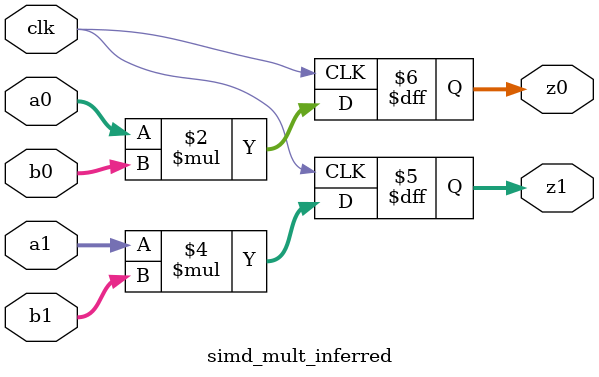
<source format=v>
module simd_mult_inferred (
    input  wire         clk,
    input  wire [ 7:0]  a0,
    input  wire [ 7:0]  b0,
    output reg  [15:0]  z0,
    input  wire [ 7:0]  a1,
    input  wire [ 7:0]  b1,
    output reg  [15:0]  z1
);
    always @(posedge clk)
        z0 <= a0 * b0;
    always @(posedge clk)
        z1 <= a1 * b1;
endmodule
</source>
